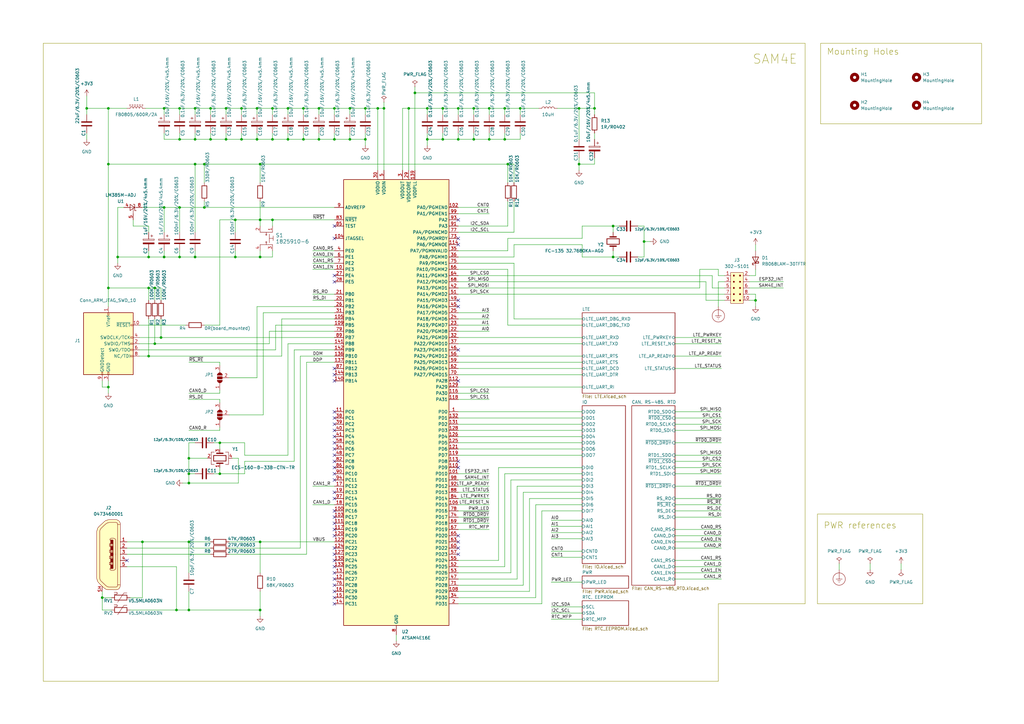
<source format=kicad_sch>
(kicad_sch (version 20230121) (generator eeschema)
  (paper "A3")
  (title_block (date "2023-09-02"))
  (junction (at 67.31 105.41))
  (junction (at 73.66 57.15))
  (junction (at 80.01 57.15))
  (junction (at 149.86 44.45))
  (junction (at 111.76 90.17))
  (junction (at 63.5 140.97))
  (junction (at 105.41 44.45))
  (junction (at 237.49 44.45))
  (junction (at 149.86 57.15))
  (junction (at 92.71 44.45))
  (junction (at 207.01 44.45))
  (junction (at 111.76 44.45))
  (junction (at 41.91 245.11))
  (junction (at 118.11 44.45))
  (junction (at 200.66 44.45))
  (junction (at 77.47 250.19))
  (junction (at 105.41 57.15))
  (junction (at 90.17 194.31))
  (junction (at 35.56 44.45))
  (junction (at 99.06 44.45))
  (junction (at 181.61 44.45))
  (junction (at 77.47 198.12))
  (junction (at 130.81 44.45))
  (junction (at 80.01 44.45))
  (junction (at 66.04 138.43))
  (junction (at 175.26 57.15))
  (junction (at 44.45 44.45))
  (junction (at 80.01 105.41))
  (junction (at 264.16 99.06))
  (junction (at 44.45 67.31))
  (junction (at 106.68 67.31))
  (junction (at 175.26 44.45))
  (junction (at 187.96 57.15))
  (junction (at 44.45 158.75))
  (junction (at 111.76 57.15))
  (junction (at 73.66 85.09))
  (junction (at 207.01 57.15))
  (junction (at 167.64 44.45))
  (junction (at 67.31 85.09))
  (junction (at 83.82 85.09))
  (junction (at 309.88 123.19))
  (junction (at 67.31 44.45))
  (junction (at 118.11 57.15))
  (junction (at 63.5 118.11))
  (junction (at 92.71 57.15))
  (junction (at 213.36 44.45))
  (junction (at 154.94 44.45))
  (junction (at 106.68 250.19))
  (junction (at 77.47 222.25))
  (junction (at 251.46 92.71))
  (junction (at 60.96 146.05))
  (junction (at 80.01 67.31))
  (junction (at 72.39 250.19))
  (junction (at 96.52 90.17))
  (junction (at 251.46 105.41))
  (junction (at 60.96 118.11))
  (junction (at 77.47 187.96))
  (junction (at 194.31 44.45))
  (junction (at 44.45 118.11))
  (junction (at 130.81 57.15))
  (junction (at 200.66 57.15))
  (junction (at 73.66 105.41))
  (junction (at 137.16 44.45))
  (junction (at 137.16 57.15))
  (junction (at 58.42 222.25))
  (junction (at 181.61 57.15))
  (junction (at 143.51 44.45))
  (junction (at 124.46 57.15))
  (junction (at 83.82 67.31))
  (junction (at 143.51 57.15))
  (junction (at 48.26 105.41))
  (junction (at 237.49 67.31))
  (junction (at 60.96 105.41))
  (junction (at 194.31 57.15))
  (junction (at 96.52 105.41))
  (junction (at 208.28 67.31))
  (junction (at 243.84 44.45))
  (junction (at 106.68 105.41))
  (junction (at 99.06 57.15))
  (junction (at 86.36 44.45))
  (junction (at 170.18 38.1))
  (junction (at 124.46 44.45))
  (junction (at 73.66 44.45))
  (junction (at 90.17 181.61))
  (junction (at 106.68 90.17))
  (junction (at 86.36 57.15))
  (junction (at 106.68 222.25))
  (junction (at 187.96 44.45))
  (junction (at 77.47 194.31))
  (junction (at 157.48 44.45))
  (no_connect (at 137.16 245.11))
  (no_connect (at 52.07 229.87))
  (no_connect (at 137.16 179.07))
  (no_connect (at 187.96 125.73))
  (no_connect (at 137.16 212.09))
  (no_connect (at 187.96 222.25))
  (no_connect (at 137.16 204.47))
  (no_connect (at 137.16 232.41))
  (no_connect (at 187.96 100.33))
  (no_connect (at 137.16 242.57))
  (no_connect (at 137.16 92.71))
  (no_connect (at 137.16 224.79))
  (no_connect (at 137.16 217.17))
  (no_connect (at 187.96 191.77))
  (no_connect (at 137.16 219.71))
  (no_connect (at 137.16 184.15))
  (no_connect (at 187.96 189.23))
  (no_connect (at 137.16 201.93))
  (no_connect (at 137.16 168.91))
  (no_connect (at 137.16 173.99))
  (no_connect (at 137.16 176.53))
  (no_connect (at 137.16 194.31))
  (no_connect (at 137.16 237.49))
  (no_connect (at 187.96 123.19))
  (no_connect (at 137.16 113.03))
  (no_connect (at 137.16 181.61))
  (no_connect (at 187.96 219.71))
  (no_connect (at 187.96 143.51))
  (no_connect (at 137.16 247.65))
  (no_connect (at 187.96 90.17))
  (no_connect (at 187.96 227.33))
  (no_connect (at 187.96 224.79))
  (no_connect (at 137.16 189.23))
  (no_connect (at 137.16 171.45))
  (no_connect (at 137.16 186.69))
  (no_connect (at 137.16 191.77))
  (no_connect (at 137.16 240.03))
  (no_connect (at 137.16 234.95))
  (no_connect (at 137.16 229.87))
  (no_connect (at 137.16 151.13))
  (no_connect (at 137.16 209.55))
  (no_connect (at 137.16 227.33))
  (no_connect (at 137.16 156.21))
  (no_connect (at 137.16 196.85))
  (no_connect (at 137.16 115.57))
  (no_connect (at 137.16 214.63))
  (no_connect (at 187.96 156.21))
  (no_connect (at 187.96 97.79))
  (no_connect (at 137.16 153.67))
  (no_connect (at 137.16 97.79))
  (wire (pts (xy 187.96 204.47) (xy 200.66 204.47)))
  (wire (pts (xy 187.96 120.65) (xy 297.18 120.65)))
  (wire (pts (xy 307.34 118.11) (xy 321.31 118.11)))
  (wire (pts (xy 106.68 102.87) (xy 106.68 105.41)))
  (wire (pts (xy 66.04 138.43) (xy 137.16 138.43)))
  (wire (pts (xy 207.01 44.45) (xy 207.01 46.99)))
  (wire (pts (xy 276.86 234.95) (xy 295.91 234.95)))
  (wire (pts (xy 208.28 110.49) (xy 208.28 133.35)))
  (wire (pts (xy 67.31 46.99) (xy 67.31 44.45)))
  (polyline (pts (xy 17.78 279.4) (xy 294.64 279.4)) (stroke (width 0) (color 140 140 0 1)))
  (wire (pts (xy 44.45 158.75) (xy 41.91 158.75)))
  (wire (pts (xy 35.56 54.61) (xy 35.56 57.15)))
  (wire (pts (xy 60.96 118.11) (xy 63.5 118.11)))
  (wire (pts (xy 118.11 140.97) (xy 118.11 186.69)))
  (wire (pts (xy 35.56 46.99) (xy 35.56 44.45)))
  (wire (pts (xy 77.47 194.31) (xy 77.47 198.12)))
  (wire (pts (xy 111.76 57.15) (xy 118.11 57.15)))
  (wire (pts (xy 137.16 57.15) (xy 143.51 57.15)))
  (wire (pts (xy 44.45 67.31) (xy 80.01 67.31)))
  (wire (pts (xy 80.01 57.15) (xy 86.36 57.15)))
  (wire (pts (xy 97.79 198.12) (xy 97.79 187.96)))
  (wire (pts (xy 83.82 133.35) (xy 90.17 133.35)))
  (wire (pts (xy 276.86 191.77) (xy 295.91 191.77)))
  (wire (pts (xy 128.27 199.39) (xy 137.16 199.39)))
  (wire (pts (xy 344.17 231.14) (xy 344.17 233.68)))
  (wire (pts (xy 137.16 143.51) (xy 120.65 143.51)))
  (wire (pts (xy 106.68 90.17) (xy 106.68 92.71)))
  (wire (pts (xy 157.48 41.91) (xy 157.48 44.45)))
  (wire (pts (xy 125.73 148.59) (xy 125.73 227.33)))
  (wire (pts (xy 50.8 85.09) (xy 48.26 85.09)))
  (wire (pts (xy 238.76 130.81) (xy 210.82 130.81)))
  (wire (pts (xy 210.82 82.55) (xy 210.82 95.25)))
  (wire (pts (xy 107.95 170.18) (xy 107.95 128.27)))
  (wire (pts (xy 77.47 222.25) (xy 77.47 234.95)))
  (wire (pts (xy 251.46 105.41) (xy 254 105.41)))
  (wire (pts (xy 118.11 44.45) (xy 124.46 44.45)))
  (wire (pts (xy 207.01 57.15) (xy 213.36 57.15)))
  (wire (pts (xy 128.27 107.95) (xy 137.16 107.95)))
  (wire (pts (xy 187.96 181.61) (xy 238.76 181.61)))
  (wire (pts (xy 276.86 204.47) (xy 295.91 204.47)))
  (wire (pts (xy 264.16 92.71) (xy 264.16 99.06)))
  (wire (pts (xy 187.96 209.55) (xy 200.66 209.55)))
  (wire (pts (xy 187.96 102.87) (xy 208.28 102.87)))
  (wire (pts (xy 226.06 238.76) (xy 238.76 238.76)))
  (wire (pts (xy 276.86 173.99) (xy 295.91 173.99)))
  (wire (pts (xy 175.26 44.45) (xy 181.61 44.45)))
  (polyline (pts (xy 294.64 279.4) (xy 294.64 247.65)) (stroke (width 0) (color 140 140 0 1)))
  (wire (pts (xy 143.51 57.15) (xy 149.86 57.15)))
  (wire (pts (xy 93.98 224.79) (xy 123.19 224.79)))
  (wire (pts (xy 63.5 130.81) (xy 63.5 140.97)))
  (wire (pts (xy 187.96 115.57) (xy 289.56 115.57)))
  (wire (pts (xy 83.82 85.09) (xy 137.16 85.09)))
  (wire (pts (xy 60.96 105.41) (xy 60.96 102.87)))
  (wire (pts (xy 187.96 171.45) (xy 238.76 171.45)))
  (wire (pts (xy 175.26 54.61) (xy 175.26 57.15)))
  (wire (pts (xy 110.49 135.89) (xy 137.16 135.89)))
  (wire (pts (xy 128.27 102.87) (xy 137.16 102.87)))
  (wire (pts (xy 149.86 44.45) (xy 154.94 44.45)))
  (wire (pts (xy 92.71 54.61) (xy 92.71 57.15)))
  (wire (pts (xy 187.96 113.03) (xy 292.1 113.03)))
  (wire (pts (xy 96.52 90.17) (xy 90.17 90.17)))
  (wire (pts (xy 80.01 44.45) (xy 80.01 46.99)))
  (wire (pts (xy 97.79 187.96) (xy 95.25 187.96)))
  (wire (pts (xy 237.49 64.77) (xy 237.49 67.31)))
  (wire (pts (xy 90.17 181.61) (xy 100.33 181.61)))
  (wire (pts (xy 261.62 92.71) (xy 264.16 92.71)))
  (wire (pts (xy 208.28 133.35) (xy 238.76 133.35)))
  (wire (pts (xy 210.82 100.33) (xy 238.76 100.33)))
  (wire (pts (xy 175.26 44.45) (xy 175.26 46.99)))
  (wire (pts (xy 128.27 110.49) (xy 137.16 110.49)))
  (wire (pts (xy 86.36 54.61) (xy 86.36 57.15)))
  (wire (pts (xy 243.84 54.61) (xy 243.84 57.15)))
  (wire (pts (xy 213.36 44.45) (xy 220.98 44.45)))
  (wire (pts (xy 58.42 222.25) (xy 77.47 222.25)))
  (wire (pts (xy 276.86 224.79) (xy 295.91 224.79)))
  (wire (pts (xy 170.18 35.56) (xy 170.18 38.1)))
  (wire (pts (xy 57.15 140.97) (xy 63.5 140.97)))
  (wire (pts (xy 111.76 44.45) (xy 111.76 46.99)))
  (wire (pts (xy 74.93 198.12) (xy 77.47 198.12)))
  (wire (pts (xy 99.06 57.15) (xy 105.41 57.15)))
  (polyline (pts (xy 330.2 247.65) (xy 330.2 17.78)) (stroke (width 0) (color 140 140 0 1)))
  (wire (pts (xy 58.42 222.25) (xy 58.42 245.11)))
  (wire (pts (xy 73.66 44.45) (xy 73.66 46.99)))
  (wire (pts (xy 208.28 67.31) (xy 208.28 74.93)))
  (wire (pts (xy 111.76 54.61) (xy 111.76 57.15)))
  (wire (pts (xy 63.5 140.97) (xy 110.49 140.97)))
  (wire (pts (xy 57.15 138.43) (xy 66.04 138.43)))
  (wire (pts (xy 73.66 57.15) (xy 80.01 57.15)))
  (wire (pts (xy 92.71 44.45) (xy 92.71 46.99)))
  (wire (pts (xy 187.96 153.67) (xy 238.76 153.67)))
  (wire (pts (xy 204.47 191.77) (xy 238.76 191.77)))
  (wire (pts (xy 83.82 67.31) (xy 106.68 67.31)))
  (wire (pts (xy 226.06 215.9) (xy 238.76 215.9)))
  (wire (pts (xy 118.11 44.45) (xy 118.11 46.99)))
  (wire (pts (xy 52.07 232.41) (xy 72.39 232.41)))
  (wire (pts (xy 113.03 133.35) (xy 137.16 133.35)))
  (wire (pts (xy 307.34 115.57) (xy 321.31 115.57)))
  (wire (pts (xy 187.96 196.85) (xy 200.66 196.85)))
  (wire (pts (xy 167.64 44.45) (xy 175.26 44.45)))
  (wire (pts (xy 187.96 130.81) (xy 200.66 130.81)))
  (wire (pts (xy 106.68 82.55) (xy 106.68 90.17)))
  (wire (pts (xy 175.26 57.15) (xy 181.61 57.15)))
  (wire (pts (xy 276.86 146.05) (xy 295.91 146.05)))
  (wire (pts (xy 137.16 44.45) (xy 143.51 44.45)))
  (wire (pts (xy 67.31 105.41) (xy 73.66 105.41)))
  (wire (pts (xy 276.86 181.61) (xy 295.91 181.61)))
  (wire (pts (xy 194.31 44.45) (xy 194.31 46.99)))
  (wire (pts (xy 86.36 44.45) (xy 86.36 46.99)))
  (wire (pts (xy 238.76 97.79) (xy 238.76 92.71)))
  (wire (pts (xy 77.47 242.57) (xy 77.47 250.19)))
  (wire (pts (xy 80.01 54.61) (xy 80.01 57.15)))
  (wire (pts (xy 276.86 209.55) (xy 295.91 209.55)))
  (wire (pts (xy 294.64 115.57) (xy 294.64 125.73)))
  (wire (pts (xy 105.41 57.15) (xy 111.76 57.15)))
  (wire (pts (xy 251.46 105.41) (xy 238.76 105.41)))
  (wire (pts (xy 149.86 57.15) (xy 149.86 59.69)))
  (wire (pts (xy 292.1 113.03) (xy 292.1 118.11)))
  (wire (pts (xy 226.06 218.44) (xy 238.76 218.44)))
  (wire (pts (xy 106.68 90.17) (xy 111.76 90.17)))
  (wire (pts (xy 60.96 95.25) (xy 60.96 92.71)))
  (wire (pts (xy 200.66 57.15) (xy 207.01 57.15)))
  (wire (pts (xy 187.96 57.15) (xy 194.31 57.15)))
  (wire (pts (xy 60.96 105.41) (xy 67.31 105.41)))
  (wire (pts (xy 226.06 251.46) (xy 238.76 251.46)))
  (wire (pts (xy 128.27 123.19) (xy 137.16 123.19)))
  (wire (pts (xy 200.66 54.61) (xy 200.66 57.15)))
  (wire (pts (xy 226.06 220.98) (xy 238.76 220.98)))
  (wire (pts (xy 208.28 97.79) (xy 238.76 97.79)))
  (wire (pts (xy 48.26 85.09) (xy 48.26 105.41)))
  (wire (pts (xy 73.66 85.09) (xy 73.66 95.25)))
  (wire (pts (xy 143.51 44.45) (xy 143.51 46.99)))
  (wire (pts (xy 93.98 170.18) (xy 107.95 170.18)))
  (wire (pts (xy 292.1 118.11) (xy 297.18 118.11)))
  (wire (pts (xy 130.81 44.45) (xy 137.16 44.45)))
  (wire (pts (xy 208.28 67.31) (xy 210.82 67.31)))
  (wire (pts (xy 276.86 207.01) (xy 295.91 207.01)))
  (wire (pts (xy 73.66 85.09) (xy 83.82 85.09)))
  (wire (pts (xy 105.41 44.45) (xy 105.41 46.99)))
  (wire (pts (xy 90.17 175.26) (xy 90.17 176.53)))
  (wire (pts (xy 181.61 44.45) (xy 187.96 44.45)))
  (wire (pts (xy 100.33 189.23) (xy 100.33 194.31)))
  (wire (pts (xy 237.49 44.45) (xy 237.49 57.15)))
  (wire (pts (xy 217.17 242.57) (xy 217.17 204.47)))
  (wire (pts (xy 276.86 168.91) (xy 295.91 168.91)))
  (wire (pts (xy 187.96 179.07) (xy 238.76 179.07)))
  (wire (pts (xy 251.46 102.87) (xy 251.46 105.41)))
  (wire (pts (xy 276.86 194.31) (xy 295.91 194.31)))
  (wire (pts (xy 111.76 90.17) (xy 137.16 90.17)))
  (wire (pts (xy 187.96 140.97) (xy 238.76 140.97)))
  (wire (pts (xy 67.31 57.15) (xy 73.66 57.15)))
  (wire (pts (xy 289.56 123.19) (xy 297.18 123.19)))
  (wire (pts (xy 90.17 160.02) (xy 90.17 161.29)))
  (wire (pts (xy 187.96 173.99) (xy 238.76 173.99)))
  (polyline (pts (xy 17.78 17.78) (xy 330.2 17.78)) (stroke (width 0) (color 140 140 0 1)))
  (wire (pts (xy 130.81 57.15) (xy 137.16 57.15)))
  (wire (pts (xy 187.96 168.91) (xy 238.76 168.91)))
  (wire (pts (xy 48.26 105.41) (xy 60.96 105.41)))
  (wire (pts (xy 130.81 54.61) (xy 130.81 57.15)))
  (wire (pts (xy 187.96 217.17) (xy 200.66 217.17)))
  (wire (pts (xy 212.09 199.39) (xy 238.76 199.39)))
  (wire (pts (xy 226.06 248.92) (xy 238.76 248.92)))
  (wire (pts (xy 264.16 99.06) (xy 264.16 105.41)))
  (wire (pts (xy 187.96 148.59) (xy 238.76 148.59)))
  (wire (pts (xy 118.11 54.61) (xy 118.11 57.15)))
  (wire (pts (xy 210.82 67.31) (xy 210.82 74.93)))
  (wire (pts (xy 187.96 234.95) (xy 209.55 234.95)))
  (wire (pts (xy 83.82 67.31) (xy 83.82 74.93)))
  (wire (pts (xy 80.01 105.41) (xy 73.66 105.41)))
  (wire (pts (xy 143.51 44.45) (xy 149.86 44.45)))
  (wire (pts (xy 238.76 92.71) (xy 251.46 92.71)))
  (wire (pts (xy 228.6 44.45) (xy 237.49 44.45)))
  (wire (pts (xy 154.94 44.45) (xy 157.48 44.45)))
  (polyline (pts (xy 17.78 17.78) (xy 17.78 279.4)) (stroke (width 0) (color 140 140 0 1)))
  (wire (pts (xy 276.86 199.39) (xy 295.91 199.39)))
  (wire (pts (xy 217.17 204.47) (xy 238.76 204.47)))
  (wire (pts (xy 106.68 222.25) (xy 137.16 222.25)))
  (wire (pts (xy 80.01 67.31) (xy 83.82 67.31)))
  (wire (pts (xy 251.46 92.71) (xy 251.46 95.25)))
  (wire (pts (xy 243.84 38.1) (xy 243.84 44.45)))
  (wire (pts (xy 86.36 44.45) (xy 92.71 44.45)))
  (wire (pts (xy 77.47 194.31) (xy 80.01 194.31)))
  (wire (pts (xy 200.66 44.45) (xy 200.66 46.99)))
  (wire (pts (xy 210.82 130.81) (xy 210.82 107.95)))
  (wire (pts (xy 187.96 161.29) (xy 200.66 161.29)))
  (wire (pts (xy 187.96 176.53) (xy 238.76 176.53)))
  (wire (pts (xy 212.09 237.49) (xy 212.09 199.39)))
  (wire (pts (xy 294.64 110.49) (xy 294.64 113.03)))
  (wire (pts (xy 143.51 54.61) (xy 143.51 57.15)))
  (wire (pts (xy 222.25 209.55) (xy 222.25 247.65)))
  (wire (pts (xy 96.52 102.87) (xy 96.52 105.41)))
  (wire (pts (xy 35.56 39.37) (xy 35.56 44.45)))
  (wire (pts (xy 175.26 57.15) (xy 175.26 59.69)))
  (wire (pts (xy 90.17 165.1) (xy 90.17 163.83)))
  (wire (pts (xy 93.98 222.25) (xy 106.68 222.25)))
  (wire (pts (xy 77.47 198.12) (xy 97.79 198.12)))
  (wire (pts (xy 226.06 228.6) (xy 238.76 228.6)))
  (wire (pts (xy 118.11 57.15) (xy 124.46 57.15)))
  (wire (pts (xy 124.46 44.45) (xy 124.46 46.99)))
  (wire (pts (xy 251.46 92.71) (xy 254 92.71)))
  (wire (pts (xy 77.47 250.19) (xy 106.68 250.19)))
  (wire (pts (xy 276.86 232.41) (xy 295.91 232.41)))
  (wire (pts (xy 67.31 44.45) (xy 73.66 44.45)))
  (wire (pts (xy 80.01 181.61) (xy 77.47 181.61)))
  (wire (pts (xy 297.18 115.57) (xy 294.64 115.57)))
  (wire (pts (xy 187.96 247.65) (xy 222.25 247.65)))
  (wire (pts (xy 309.88 120.65) (xy 309.88 123.19)))
  (wire (pts (xy 287.02 110.49) (xy 294.64 110.49)))
  (wire (pts (xy 124.46 57.15) (xy 130.81 57.15)))
  (wire (pts (xy 187.96 186.69) (xy 238.76 186.69)))
  (wire (pts (xy 194.31 44.45) (xy 200.66 44.45)))
  (wire (pts (xy 54.61 90.17) (xy 54.61 92.71)))
  (wire (pts (xy 369.57 231.14) (xy 369.57 233.68)))
  (wire (pts (xy 181.61 54.61) (xy 181.61 57.15)))
  (wire (pts (xy 123.19 146.05) (xy 137.16 146.05)))
  (wire (pts (xy 124.46 54.61) (xy 124.46 57.15)))
  (wire (pts (xy 165.1 44.45) (xy 167.64 44.45)))
  (wire (pts (xy 181.61 44.45) (xy 181.61 46.99)))
  (wire (pts (xy 226.06 213.36) (xy 238.76 213.36)))
  (wire (pts (xy 60.96 130.81) (xy 60.96 146.05)))
  (wire (pts (xy 149.86 44.45) (xy 149.86 46.99)))
  (wire (pts (xy 261.62 105.41) (xy 264.16 105.41)))
  (wire (pts (xy 309.88 123.19) (xy 309.88 125.73)))
  (wire (pts (xy 170.18 38.1) (xy 243.84 38.1)))
  (wire (pts (xy 80.01 67.31) (xy 80.01 95.25)))
  (wire (pts (xy 276.86 140.97) (xy 295.91 140.97)))
  (wire (pts (xy 90.17 191.77) (xy 90.17 194.31)))
  (wire (pts (xy 187.96 163.83) (xy 200.66 163.83)))
  (wire (pts (xy 96.52 95.25) (xy 96.52 90.17)))
  (wire (pts (xy 208.28 82.55) (xy 208.28 92.71)))
  (wire (pts (xy 80.01 44.45) (xy 86.36 44.45)))
  (wire (pts (xy 115.57 146.05) (xy 115.57 130.81)))
  (wire (pts (xy 187.96 229.87) (xy 204.47 229.87)))
  (wire (pts (xy 187.96 146.05) (xy 238.76 146.05)))
  (wire (pts (xy 276.86 222.25) (xy 295.91 222.25)))
  (wire (pts (xy 276.86 138.43) (xy 295.91 138.43)))
  (wire (pts (xy 128.27 207.01) (xy 137.16 207.01)))
  (wire (pts (xy 207.01 54.61) (xy 207.01 57.15)))
  (wire (pts (xy 106.68 252.73) (xy 106.68 250.19)))
  (wire (pts (xy 187.96 232.41) (xy 207.01 232.41)))
  (wire (pts (xy 170.18 69.85) (xy 170.18 38.1)))
  (wire (pts (xy 57.15 133.35) (xy 76.2 133.35)))
  (wire (pts (xy 187.96 118.11) (xy 287.02 118.11)))
  (wire (pts (xy 276.86 186.69) (xy 295.91 186.69)))
  (wire (pts (xy 243.84 67.31) (xy 243.84 64.77)))
  (wire (pts (xy 80.01 102.87) (xy 80.01 105.41)))
  (wire (pts (xy 187.96 158.75) (xy 238.76 158.75)))
  (wire (pts (xy 276.86 217.17) (xy 295.91 217.17)))
  (wire (pts (xy 106.68 250.19) (xy 106.68 242.57)))
  (wire (pts (xy 287.02 118.11) (xy 287.02 110.49)))
  (wire (pts (xy 66.04 130.81) (xy 66.04 138.43)))
  (wire (pts (xy 92.71 57.15) (xy 99.06 57.15)))
  (wire (pts (xy 187.96 207.01) (xy 200.66 207.01)))
  (wire (pts (xy 187.96 135.89) (xy 200.66 135.89)))
  (wire (pts (xy 100.33 186.69) (xy 118.11 186.69)))
  (wire (pts (xy 41.91 245.11) (xy 45.72 245.11)))
  (wire (pts (xy 238.76 100.33) (xy 238.76 105.41)))
  (wire (pts (xy 110.49 140.97) (xy 110.49 135.89)))
  (wire (pts (xy 41.91 156.21) (xy 41.91 158.75)))
  (wire (pts (xy 149.86 54.61) (xy 149.86 57.15)))
  (wire (pts (xy 167.64 44.45) (xy 167.64 69.85)))
  (wire (pts (xy 213.36 44.45) (xy 213.36 46.99)))
  (wire (pts (xy 187.96 44.45) (xy 194.31 44.45)))
  (wire (pts (xy 219.71 207.01) (xy 219.71 245.11)))
  (wire (pts (xy 187.96 199.39) (xy 200.66 199.39)))
  (wire (pts (xy 194.31 54.61) (xy 194.31 57.15)))
  (wire (pts (xy 181.61 57.15) (xy 187.96 57.15)))
  (wire (pts (xy 86.36 57.15) (xy 92.71 57.15)))
  (wire (pts (xy 207.01 232.41) (xy 207.01 194.31)))
  (wire (pts (xy 99.06 44.45) (xy 99.06 46.99)))
  (wire (pts (xy 209.55 234.95) (xy 209.55 196.85)))
  (wire (pts (xy 276.86 189.23) (xy 295.91 189.23)))
  (wire (pts (xy 52.07 222.25) (xy 58.42 222.25)))
  (wire (pts (xy 276.86 171.45) (xy 295.91 171.45)))
  (wire (pts (xy 276.86 212.09) (xy 295.91 212.09)))
  (wire (pts (xy 226.06 226.06) (xy 238.76 226.06)))
  (wire (pts (xy 187.96 87.63) (xy 200.66 87.63)))
  (wire (pts (xy 356.87 231.14) (xy 356.87 233.68)))
  (wire (pts (xy 93.98 154.94) (xy 105.41 154.94)))
  (wire (pts (xy 72.39 250.19) (xy 77.47 250.19)))
  (wire (pts (xy 187.96 54.61) (xy 187.96 57.15)))
  (wire (pts (xy 238.76 209.55) (xy 222.25 209.55)))
  (wire (pts (xy 66.04 118.11) (xy 66.04 123.19)))
  (wire (pts (xy 187.96 85.09) (xy 200.66 85.09)))
  (wire (pts (xy 63.5 118.11) (xy 63.5 123.19)))
  (wire (pts (xy 187.96 92.71) (xy 208.28 92.71)))
  (wire (pts (xy 57.15 146.05) (xy 60.96 146.05)))
  (wire (pts (xy 162.56 260.35) (xy 162.56 262.89)))
  (wire (pts (xy 80.01 105.41) (xy 96.52 105.41)))
  (wire (pts (xy 130.81 44.45) (xy 130.81 46.99)))
  (wire (pts (xy 100.33 186.69) (xy 100.33 181.61)))
  (wire (pts (xy 90.17 90.17) (xy 90.17 133.35)))
  (wire (pts (xy 219.71 207.01) (xy 238.76 207.01)))
  (wire (pts (xy 53.34 245.11) (xy 58.42 245.11)))
  (wire (pts (xy 276.86 229.87) (xy 295.91 229.87)))
  (wire (pts (xy 207.01 44.45) (xy 213.36 44.45)))
  (wire (pts (xy 307.34 113.03) (xy 309.88 113.03)))
  (wire (pts (xy 165.1 69.85) (xy 165.1 44.45)))
  (wire (pts (xy 124.46 44.45) (xy 130.81 44.45)))
  (wire (pts (xy 187.96 201.93) (xy 200.66 201.93)))
  (wire (pts (xy 187.96 212.09) (xy 200.66 212.09)))
  (wire (pts (xy 187.96 240.03) (xy 214.63 240.03)))
  (wire (pts (xy 214.63 201.93) (xy 238.76 201.93)))
  (wire (pts (xy 60.96 92.71) (xy 54.61 92.71)))
  (wire (pts (xy 77.47 163.83) (xy 90.17 163.83)))
  (wire (pts (xy 77.47 187.96) (xy 85.09 187.96)))
  (wire (pts (xy 60.96 118.11) (xy 60.96 123.19)))
  (wire (pts (xy 44.45 156.21) (xy 44.45 158.75)))
  (wire (pts (xy 187.96 242.57) (xy 217.17 242.57)))
  (wire (pts (xy 187.96 107.95) (xy 210.82 107.95)))
  (wire (pts (xy 276.86 176.53) (xy 295.91 176.53)))
  (wire (pts (xy 44.45 118.11) (xy 60.96 118.11)))
  (wire (pts (xy 128.27 105.41) (xy 137.16 105.41)))
  (wire (pts (xy 289.56 115.57) (xy 289.56 123.19)))
  (wire (pts (xy 113.03 143.51) (xy 113.03 133.35)))
  (wire (pts (xy 187.96 128.27) (xy 200.66 128.27)))
  (wire (pts (xy 111.76 90.17) (xy 111.76 92.71)))
  (wire (pts (xy 157.48 44.45) (xy 157.48 69.85)))
  (wire (pts (xy 41.91 242.57) (xy 41.91 245.11)))
  (wire (pts (xy 187.96 110.49) (xy 208.28 110.49)))
  (wire (pts (xy 44.45 118.11) (xy 44.45 125.73)))
  (wire (pts (xy 187.96 105.41) (xy 210.82 105.41)))
  (wire (pts (xy 77.47 161.29) (xy 90.17 161.29)))
  (wire (pts (xy 237.49 67.31) (xy 237.49 69.85)))
  (wire (pts (xy 93.98 227.33) (xy 125.73 227.33)))
  (wire (pts (xy 53.34 250.19) (xy 72.39 250.19)))
  (wire (pts (xy 237.49 67.31) (xy 243.84 67.31)))
  (wire (pts (xy 187.96 95.25) (xy 210.82 95.25)))
  (wire (pts (xy 92.71 44.45) (xy 99.06 44.45)))
  (wire (pts (xy 200.66 44.45) (xy 207.01 44.45)))
  (wire (pts (xy 194.31 57.15) (xy 200.66 57.15)))
  (wire (pts (xy 52.07 224.79) (xy 86.36 224.79)))
  (wire (pts (xy 105.41 125.73) (xy 137.16 125.73)))
  (wire (pts (xy 67.31 85.09) (xy 73.66 85.09)))
  (wire (pts (xy 87.63 181.61) (xy 90.17 181.61)))
  (wire (pts (xy 44.45 158.75) (xy 44.45 161.29)))
  (wire (pts (xy 210.82 105.41) (xy 210.82 100.33)))
  (wire (pts (xy 137.16 44.45) (xy 137.16 46.99)))
  (wire (pts (xy 276.86 219.71) (xy 295.91 219.71)))
  (wire (pts (xy 187.96 237.49) (xy 212.09 237.49)))
  (wire (pts (xy 44.45 118.11) (xy 44.45 67.31)))
  (wire (pts (xy 307.34 123.19) (xy 309.88 123.19)))
  (wire (pts (xy 276.86 151.13) (xy 295.91 151.13)))
  (wire (pts (xy 105.41 44.45) (xy 111.76 44.45)))
  (wire (pts (xy 52.07 227.33) (xy 86.36 227.33)))
  (wire (pts (xy 120.65 143.51) (xy 120.65 189.23)))
  (wire (pts (xy 187.96 184.15) (xy 238.76 184.15)))
  (wire (pts (xy 309.88 100.33) (xy 309.88 102.87)))
  (wire (pts (xy 187.96 214.63) (xy 200.66 214.63)))
  (wire (pts (xy 128.27 120.65) (xy 137.16 120.65)))
  (wire (pts (xy 214.63 240.03) (xy 214.63 201.93)))
  (wire (pts (xy 67.31 102.87) (xy 67.31 105.41)))
  (wire (pts (xy 100.33 189.23) (xy 120.65 189.23)))
  (wire (pts (xy 87.63 194.31) (xy 90.17 194.31)))
  (wire (pts (xy 60.96 146.05) (xy 115.57 146.05)))
  (wire (pts (xy 77.47 176.53) (xy 90.17 176.53)))
  (wire (pts (xy 73.66 44.45) (xy 80.01 44.45)))
  (wire (pts (xy 187.96 194.31) (xy 200.66 194.31)))
  (wire (pts (xy 106.68 67.31) (xy 106.68 74.93)))
  (wire (pts (xy 67.31 85.09) (xy 67.31 95.25)))
  (wire (pts (xy 276.86 237.49) (xy 295.91 237.49)))
  (wire (pts (xy 243.84 44.45) (xy 243.84 46.99)))
  (wire (pts (xy 48.26 107.95) (xy 48.26 105.41)))
  (wire (pts (xy 226.06 254) (xy 238.76 254)))
  (wire (pts (xy 77.47 181.61) (xy 77.47 187.96)))
  (wire (pts (xy 208.28 67.31) (xy 106.68 67.31)))
  (wire (pts (xy 72.39 232.41) (xy 72.39 250.19)))
  (wire (pts (xy 309.88 110.49) (xy 309.88 113.03)))
  (wire (pts (xy 107.95 128.27) (xy 137.16 128.27)))
  (wire (pts (xy 111.76 105.41) (xy 106.68 105.41)))
  (wire (pts (xy 209.55 196.85) (xy 238.76 196.85)))
  (wire (pts (xy 44.45 44.45) (xy 44.45 67.31)))
  (wire (pts (xy 73.66 102.87) (xy 73.66 105.41)))
  (wire (pts (xy 187.96 138.43) (xy 238.76 138.43)))
  (wire (pts (xy 105.41 125.73) (xy 105.41 154.94)))
  (wire (pts (xy 154.94 44.45) (xy 154.94 69.85)))
  (wire (pts (xy 99.06 44.45) (xy 105.41 44.45)))
  (wire (pts (xy 90.17 194.31) (xy 100.33 194.31)))
  (wire (pts (xy 207.01 194.31) (xy 238.76 194.31)))
  (wire (pts (xy 137.16 140.97) (xy 118.11 140.97)))
  (wire (pts (xy 73.66 54.61) (xy 73.66 57.15)))
  (wire (pts (xy 105.41 54.61) (xy 105.41 57.15)))
  (wire (pts (xy 115.57 130.81) (xy 137.16 130.81)))
  (wire (pts (xy 35.56 44.45) (xy 44.45 44.45)))
  (wire (pts (xy 77.47 187.96) (xy 77.47 194.31)))
  (wire (pts (xy 137.16 54.61) (xy 137.16 57.15)))
  (wire (pts (xy 83.82 82.55) (xy 83.82 85.09)))
  (wire (pts (xy 77.47 148.59) (xy 90.17 148.59)))
  (wire (pts (xy 266.7 99.06) (xy 264.16 99.06)))
  (wire (pts (xy 41.91 245.11) (xy 41.91 250.19)))
  (wire (pts (xy 58.42 85.09) (xy 67.31 85.09)))
  (polyline (pts (xy 294.64 247.65) (xy 330.2 247.65)) (stroke (width 0) (color 140 140 0 1)))
  (wire (pts (xy 63.5 118.11) (xy 66.04 118.11)))
  (wire (pts (xy 90.17 184.15) (xy 90.17 181.61)))
  (wire (pts (xy 111.76 44.45) (xy 118.11 44.45)))
  (wire (pts (xy 67.31 54.61) (xy 67.31 57.15)))
  (wire (pts (xy 90.17 149.86) (xy 90.17 148.59)))
  (wire (pts (xy 44.45 44.45) (xy 52.07 44.45)))
  (wire (pts (xy 204.47 229.87) (xy 204.47 191.77)))
  (wire (pts (xy 208.28 102.87) (xy 208.28 97.79)))
  (wire (pts (xy 59.69 44.45) (xy 67.31 44.45)))
  (wire (pts (xy 123.19 146.05) (xy 123.19 224.79)))
  (wire (pts (xy 213.36 54.61) (xy 213.36 57.15)))
  (wire (pts (xy 125.73 148.59) (xy 137.16 148.59)))
  (wire (pts (xy 96.52 105.41) (xy 106.68 105.41)))
  (wire (pts (xy 77.47 222.25) (xy 86.36 222.25)))
  (wire (pts (xy 237.49 44.45) (xy 243.84 44.45)))
  (wire (pts (xy 96.52 90.17) (xy 106.68 90.17)))
  (wire (pts (xy 294.64 113.03) (xy 297.18 113.03)))
  (wire (pts (xy 57.15 143.51) (xy 113.03 143.51)))
  (wire (pts (xy 187.96 151.13) (xy 238.76 151.13)))
  (wire (pts (xy 187.96 44.45) (xy 187.96 46.99)))
  (wire (pts (xy 307.34 120.65) (xy 309.88 120.65)))
  (wire (pts (xy 41.91 250.19) (xy 45.72 250.19)))
  (wire (pts (xy 187.96 245.11) (xy 219.71 245.11)))
  (wire (pts (xy 106.68 234.95) (xy 106.68 222.25)))
  (wire (pts (xy 99.06 54.61) (xy 99.06 57.15)))
  (wire (pts (xy 187.96 133.35) (xy 200.66 133.35)))
  (wire (pts (xy 111.76 102.87) (xy 111.76 105.41)))
  (rectangle (start 335.28 210.82) (end 378.46 247.65) (stroke (width 0) (color 140 140 0 1)))
  (rectangle (start 336.55 17.78) (end 402.59 50.8) (stroke (width 0) (color 140 140 0 1)))
  (text "Mounting Holes" (at 339.09 22.86 0) (effects (font (size 2.54 2.54)) (justify left bottom)))
  (text "PWR references" (at 337.82 217.17 0) (effects (font (size 2.54 2.54)) (justify left bottom)))
  (text "SAM4E" (at 308.61 26.67 0) (effects (font (size 3.81 3.81)) (justify left bottom)))
  (label "AI2" (at 226.06 218.44 0))
  (label "VBUS" (at 128.27 222.25 0))
  (label "~{RS_RE}" (at 295.91 207.01 180))
  (label "RS_DI" (at 128.27 123.19 0))
  (label "AI0" (at 200.66 135.89 180))
  (label "CAN0_R" (at 77.47 176.53 0))
  (label "ESP32_INT" (at 200.66 194.31 180))
  (label "~{RTD1_DRDY}" (at 200.66 214.63 180))
  (label "RS_RO" (at 128.27 120.65 0))
  (label "RS_RO" (at 295.91 204.47 180))
  (label "~{NRST}" (at 128.27 90.17 0))
  (label "LTE_PWRKEY" (at 295.91 138.43 180))
  (label "AI1" (at 226.06 215.9 0))
  (label "LTE_PWRKEY" (at 200.66 204.47 180))
  (label "SPI_CS2" (at 200.66 161.29 180))
  (label "SPI_MOSI" (at 200.66 118.11 180))
  (label "SPI_MISO" (at 295.91 186.69 180))
  (label "ESP32_INT" (at 321.31 115.57 180))
  (label "SPI_SCK" (at 200.66 120.65 180))
  (label "I2C_SCL" (at 226.06 251.46 0))
  (label "CAN0_EN" (at 295.91 222.25 180))
  (label "AI1" (at 200.66 133.35 180))
  (label "SPI_MISO" (at 200.66 115.57 180))
  (label "RTC_MFP" (at 226.06 254 0))
  (label "CAN1_R" (at 128.27 199.39 0))
  (label "CAN0_D" (at 295.91 219.71 180))
  (label "CAN1_D" (at 128.27 207.01 0))
  (label "CAN1_R" (at 295.91 237.49 180))
  (label "DDM" (at 128.27 146.05 0))
  (label "SPI_MOSI" (at 295.91 194.31 180))
  (label "SPI_SCK" (at 295.91 173.99 180))
  (label "CAN0_RS" (at 128.27 102.87 0))
  (label "RS_DE" (at 77.47 163.83 0))
  (label "LTE_AP_READY" (at 200.66 199.39 180))
  (label "I2C_SDA" (at 226.06 248.92 0))
  (label "SPI_CS1" (at 200.66 163.83 180))
  (label "~{RTD0_DRDY}" (at 295.91 181.61 180))
  (label "DDP" (at 128.27 148.59 0))
  (label "CAN1_EN" (at 128.27 110.49 0))
  (label "CNT1" (at 226.06 228.6 0))
  (label "CAN1_D" (at 295.91 232.41 180))
  (label "LTE_STATUS" (at 200.66 201.93 180))
  (label "~{RTD0_DRDY}" (at 200.66 212.09 180))
  (label "SPI_CS2" (at 295.91 189.23 180))
  (label "SPI_MISO" (at 295.91 168.91 180))
  (label "PWR_LED" (at 226.06 238.76 0))
  (label "~{RS_RE}" (at 77.47 148.59 0))
  (label "LTE_RESET_N" (at 200.66 207.01 180))
  (label "CAN0_RS" (at 295.91 217.17 180))
  (label "LTE_STATUS" (at 295.91 151.13 180))
  (label "RS_DI" (at 295.91 212.09 180))
  (label "RTC_MFP" (at 200.66 217.17 180))
  (label "SAM4E_INT" (at 200.66 196.85 180))
  (label "AI2" (at 200.66 130.81 180))
  (label "AI3" (at 200.66 128.27 180))
  (label "CAN0_D" (at 77.47 161.29 0))
  (label "LTE_RESET_N" (at 295.91 140.97 180))
  (label "CAN1_RS" (at 295.91 229.87 180))
  (label "CNT0" (at 200.66 85.09 180))
  (label "CAN1_RS" (at 128.27 107.95 0))
  (label "RS_DE" (at 295.91 209.55 180))
  (label "PWR_LED" (at 200.66 209.55 180))
  (label "I2C_SCL" (at 200.66 95.25 180))
  (label "LTE_AP_READY" (at 295.91 146.05 180))
  (label "~{RTD1_DRDY}" (at 295.91 199.39 180))
  (label "CNT1" (at 200.66 87.63 180))
  (label "I2C_SDA" (at 200.66 92.71 180))
  (label "SPI_MOSI" (at 295.91 176.53 180))
  (label "AI0" (at 226.06 213.36 0))
  (label "CAN1_EN" (at 295.91 234.95 180))
  (label "SAM4E_INT" (at 321.31 118.11 180))
  (label "CAN0_EN" (at 128.27 105.41 0))
  (label "CAN0_R" (at 295.91 224.79 180))
  (label "SPI_CS1" (at 295.91 171.45 180))
  (label "SPI_CS0" (at 200.66 113.03 180))
  (label "AI3" (at 226.06 220.98 0))
  (label "SPI_SCK" (at 295.91 191.77 180))
  (label "CNT0" (at 226.06 226.06 0))
  (symbol (lib_id "Device:R") (at 90.17 224.79 90) (unit 1)
    (property "Reference" "R7" (at 85.09 223.52 90))
    (property "Value" "27R/R0603" (at 99.06 223.52 90))
    (property "Footprint" "Resistor_SMD:R_0603_1608Metric" (effects hide))
  )
  (symbol (lib_id "Device:L_Ferrite") (at 55.88 44.45 90) (unit 1)
    (property "Reference" "L1" (at 55.88 40.64 90))
    (property "Value" "FB0805/600R/2A" (at 55.88 46.99 90))
    (property "Footprint" "Inductor_SMD:L_0805_2012Metric" (effects hide))
    (property "Datasheet" "https://ro.mouser.com/datasheet/2/87/eaton_mfbm1v2012_high_current_multilayer_ferrite_c-1890685.pdf" (effects hide))
  )
  (symbol (lib_id "Mechanical:MountingHole") (at 350.52 43.18 0) (unit 1)
    (property "Reference" "H2" (at 353.06 41.91 0) (effects (justify left)))
    (property "Value" "MountingHole" (at 353.06 44.45 0) (effects (justify left)))
    (property "Footprint" "MountingHole:MountingHole_2.5mm" (effects hide))
  )
  (symbol (lib_id "power:GND") (at 356.87 233.68 0) (unit 1)
    (property "Reference" "#PWR016" (effects hide))
    (property "Value" "GND" (at 356.87 238.76 0))
  )
  (symbol (lib_id "Device:R") (at 80.01 133.35 90) (unit 1)
    (property "Reference" "R4" (at 76.2 134.62 90) (effects (justify left)))
    (property "Value" "0R(board_mounted)" (at 83.82 134.62 90) (effects (justify right)))
    (property "Footprint" "Resistor_SMD:R_0402_1005Metric" (effects hide))
  )
  (symbol (lib_id "Device:C") (at 149.86 50.8 0) (unit 1)
    (property "Reference" "C23" (at 151.13 55.88 90) (effects (justify left)))
    (property "Value" "0.1uF/6.3V/20%/C0603" (at 151.13 48.26 90) (effects (justify left)))
    (property "Footprint" "Capacitor_SMD:C_0603_1608Metric" (effects hide))
  )
  (symbol (lib_id "Device:C") (at 73.66 50.8 0) (unit 1)
    (property "Reference" "C5" (at 74.93 55.88 90) (effects (justify left)))
    (property "Value" "0.1uF/6.3V/20%/C0603" (at 74.93 48.26 90) (effects (justify left)))
    (property "Footprint" "Capacitor_SMD:C_0603_1608Metric" (effects hide))
  )
  (symbol (lib_id "Device:D_Schottky") (at 309.88 106.68 90) (unit 1)
    (property "Reference" "D1" (at 312.42 105.7275 90) (effects (justify right)))
    (property "Value" "RB068LAM-30TFTR" (at 312.42 108.2675 90) (effects (justify right)))
    (property "Footprint" "Diode_SMD:D_SOD-128" (effects hide))
    (property "Datasheet" "https://fscdn.rohm.com/en/products/databook/datasheet/discrete/diode/schottky_barrier/rb068lam-30tftr-e.pdf" (effects hide))
  )
  (symbol (lib_id "Device:R") (at 90.17 222.25 90) (unit 1)
    (property "Reference" "R6" (at 85.09 220.98 90))
    (property "Value" "47K/R0603" (at 99.06 220.98 90))
    (property "Footprint" "Resistor_SMD:R_0603_1608Metric" (effects hide))
  )
  (symbol (lib_id "my_MCU_Microchip_32bit:ATSAM4E16E") (at 162.56 165.1 0) (unit 1)
    (property "Reference" "U2" (at 164.7541 259.08 0) (effects (justify left)))
    (property "Value" "ATSAM4E16E" (at 164.7541 261.62 0) (effects (justify left)))
    (property "Footprint" "Package_QFP:LQFP-144_20x20mm_P0.5mm" (effects hide))
    (property "Datasheet" "https://www.microchip.com/en-us/product/ATSAM4E16C#document-table" (effects hide))
  )
  (symbol (lib_id "Device:C") (at 137.16 50.8 0) (unit 1)
    (property "Reference" "C21" (at 138.43 55.88 90) (effects (justify left)))
    (property "Value" "0.1uF/6.3V/20%/C0603" (at 138.43 48.26 90) (effects (justify left)))
    (property "Footprint" "Capacitor_SMD:C_0603_1608Metric" (effects hide))
  )
  (symbol (lib_id "Device:C") (at 175.26 50.8 0) (unit 1)
    (property "Reference" "C24" (at 176.53 55.88 90) (effects (justify left)))
    (property "Value" "0.1uF/6.3V/20%/C0603" (at 176.53 48.26 90) (effects (justify left)))
    (property "Footprint" "Capacitor_SMD:C_0603_1608Metric" (effects hide))
  )
  (symbol (lib_id "Device:L") (at 224.79 44.45 90) (unit 1)
    (property "Reference" "L2" (at 224.79 41.91 90))
    (property "Value" "10uH" (at 224.79 46.99 90))
    (property "Footprint" "Inductor_SMD:L_1210_3225Metric" (effects hide))
  )
  (symbol (lib_id "Device:Crystal") (at 251.46 99.06 270) (mirror x) (unit 1)
    (property "Reference" "Y2" (at 247.65 100.33 90) (effects (justify right)))
    (property "Value" "FC-135 32.7680KA-AG0" (at 247.65 102.87 90) (effects (justify right)))
    (property "Footprint" "Crystal:Crystal_SMD_3215-2Pin_3.2x1.5mm" (effects hide))
    (property "Datasheet" "https://support.epson.biz/td/api/doc_check.php?dl=brief_FC-135&lang=en" (effects hide))
  )
  (symbol (lib_id "Mechanical:MountingHole") (at 350.52 31.75 0) (unit 1)
    (property "Reference" "H1" (at 353.06 30.48 0) (effects (justify left)))
    (property "Value" "MountingHole" (at 353.06 33.02 0) (effects (justify left)))
    (property "Footprint" "MountingHole:MountingHole_2.5mm" (effects hide))
  )
  (symbol (lib_id "Device:R") (at 63.5 127 180) (unit 1)
    (property "Reference" "R2" (at 64.77 130.81 90) (effects (justify left)))
    (property "Value" "100K/R0603" (at 64.77 123.19 90) (effects (justify right)))
    (property "Footprint" "Resistor_SMD:R_0603_1608Metric" (effects hide))
  )
  (symbol (lib_id "power:+3V3") (at 35.56 39.37 0) (unit 1)
    (property "Reference" "#PWR01" (effects hide))
    (property "Value" "+3V3" (at 35.56 34.29 0))
  )
  (symbol (lib_id "Device:R") (at 210.82 78.74 0) (unit 1)
    (property "Reference" "R12" (at 212.09 85.09 90) (effects (justify left)))
    (property "Value" "10K/R0603" (at 212.09 74.93 90) (effects (justify left)))
    (property "Footprint" "Resistor_SMD:R_0603_1608Metric" (effects hide))
  )
  (symbol (lib_id "Device:C") (at 111.76 50.8 0) (unit 1)
    (property "Reference" "C17" (at 113.03 55.88 90) (effects (justify left)))
    (property "Value" "0.1uF/6.3V/20%/C0603" (at 113.03 48.26 90) (effects (justify left)))
    (property "Footprint" "Capacitor_SMD:C_0603_1608Metric" (effects hide))
  )
  (symbol (lib_id "Device:C") (at 213.36 50.8 0) (unit 1)
    (property "Reference" "C30" (at 214.63 55.88 90) (effects (justify left)))
    (property "Value" "0.1uF/6.3V/20%/C0603" (at 214.63 48.26 90) (effects (justify left)))
    (property "Footprint" "Capacitor_SMD:C_0603_1608Metric" (effects hide))
  )
  (symbol (lib_id "Device:C") (at 80.01 99.06 0) (mirror y) (unit 1)
    (property "Reference" "C9" (at 78.74 104.14 90) (effects (justify left)))
    (property "Value" "100nF/6.3V/20%/C0603" (at 78.74 96.52 90) (effects (justify left)))
    (property "Footprint" "Capacitor_SMD:C_0603_1608Metric" (effects hide))
  )
  (symbol (lib_id "Device:C_Polarized") (at 92.71 50.8 0) (unit 1)
    (property "Reference" "C13" (at 93.98 55.88 90) (effects (justify left)))
    (property "Value" "10uF/16V/20%/4x5.4mm" (at 93.98 48.26 90) (effects (justify left)))
    (property "Footprint" "Capacitor_SMD:CP_Elec_4x5.4" (effects hide))
  )
  (symbol (lib_id "Mechanical:MountingHole") (at 375.92 43.18 0) (unit 1)
    (property "Reference" "H4" (at 378.46 41.91 0) (effects (justify left)))
    (property "Value" "MountingHole" (at 378.46 44.45 0) (effects (justify left)))
    (property "Footprint" "MountingHole:MountingHole_2.5mm" (effects hide))
  )
  (symbol (lib_id "power:GND") (at 106.68 252.73 0) (unit 1)
    (property "Reference" "#PWR06" (effects hide))
    (property "Value" "GND" (at 106.68 257.81 0))
  )
  (symbol (lib_id "Device:C") (at 207.01 50.8 0) (unit 1)
    (property "Reference" "C29" (at 208.28 55.88 90) (effects (justify left)))
    (property "Value" "0.1uF/6.3V/20%/C0603" (at 208.28 48.26 90) (effects (justify left)))
    (property "Footprint" "Capacitor_SMD:C_0603_1608Metric" (effects hide))
  )
  (symbol (lib_id "Device:C_Polarized") (at 130.81 50.8 0) (unit 1)
    (property "Reference" "C20" (at 132.08 55.88 90) (effects (justify left)))
    (property "Value" "10uF/16V/20%/4x5.4mm" (at 132.08 48.26 90) (effects (justify left)))
    (property "Footprint" "Capacitor_SMD:CP_Elec_4x5.4" (effects hide))
  )
  (symbol (lib_id "dk_Tactile-Switches:1825910-6") (at 109.22 97.79 270) (unit 1)
    (property "Reference" "S1" (at 113.03 96.52 90) (effects (font (size 1.524 1.524)) (justify left)))
    (property "Value" "1825910-6" (at 113.03 99.06 90) (effects (font (size 1.524 1.524)) (justify left)))
    (property "Footprint" "digikey-footprints:Switch_Tactile_THT_6x6mm" (effects hide))
    (property "Datasheet" "https://www.te.com/commerce/DocumentDelivery/DDEController?Action=srchrtrv&DocNm=1825910&DocType=Customer+Drawing&DocLang=English" (effects hide))
    (property "Digi-Key_PN" "450-1650-ND" (effects hide))
    (property "MPN" "1825910-6" (effects hide))
    (property "Category" "Switches" (effects hide))
    (property "Family" "Tactile Switches" (effects hide))
    (property "DK_Datasheet_Link" "https://www.te.com/commerce/DocumentDelivery/DDEController?Action=srchrtrv&DocNm=1825910&DocType=Customer+Drawing&DocLang=English" (effects hide))
    (property "DK_Detail_Page" "/product-detail/en/te-connectivity-alcoswitch-switches/1825910-6/450-1650-ND/1632536" (effects hide))
    (property "Description" "SWITCH TACTILE SPST-NO 0.05A 24V" (effects hide))
    (property "Manufacturer" "TE Connectivity ALCOSWITCH Switches" (effects hide))
    (property "Status" "Active" (effects hide))
  )
  (symbol (lib_id "Device:C_Polarized") (at 243.84 60.96 0) (mirror y) (unit 1)
    (property "Reference" "C32" (at 242.57 66.04 90) (effects (justify left)))
    (property "Value" "10uF/16V/20%/4x5.4mm" (at 241.3 58.42 90) (effects (justify left)))
    (property "Footprint" "Capacitor_SMD:CP_Elec_4x5.4" (effects hide))
  )
  (symbol (lib_id "Device:C") (at 257.81 92.71 270) (unit 1)
    (property "Reference" "C33" (at 252.73 93.98 90) (effects (justify left)))
    (property "Value" "12pF/6.3V/10%/C0603" (at 260.35 93.98 90) (effects (font (size 1.016 1.016)) (justify left)))
    (property "Footprint" "Capacitor_SMD:C_0603_1608Metric" (effects hide))
  )
  (symbol (lib_id "Device:R") (at 66.04 127 180) (unit 1)
    (property "Reference" "R3" (at 67.31 130.81 90) (effects (justify left)))
    (property "Value" "100K/R0603" (at 67.31 123.19 90) (effects (justify right)))
    (property "Footprint" "Resistor_SMD:R_0603_1608Metric" (effects hide))
  )
  (symbol (lib_id "Device:C_Polarized") (at 105.41 50.8 0) (unit 1)
    (property "Reference" "C16" (at 106.68 55.88 90) (effects (justify left)))
    (property "Value" "10uF/16V/20%/4x5.4mm" (at 106.68 48.26 90) (effects (justify left)))
    (property "Footprint" "Capacitor_SMD:CP_Elec_4x5.4" (effects hide))
  )
  (symbol (lib_id "power:PWR_FLAG") (at 170.18 35.56 0) (unit 1)
    (property "Reference" "#FLG02" (effects hide))
    (property "Value" "PWR_FLAG" (at 170.18 30.48 0))
  )
  (symbol (lib_id "Device:C") (at 124.46 50.8 0) (unit 1)
    (property "Reference" "C19" (at 125.73 55.88 90) (effects (justify left)))
    (property "Value" "0.1uF/6.3V/20%/C0603" (at 125.73 48.26 90) (effects (justify left)))
    (property "Footprint" "Capacitor_SMD:C_0603_1608Metric" (effects hide))
  )
  (symbol (lib_id "Device:Varistor") (at 49.53 245.11 270) (unit 1)
    (property "Reference" "RV1" (at 44.45 246.38 90))
    (property "Value" "V5.5MLA0603N" (at 59.69 246.38 90))
    (property "Footprint" "Resistor_SMD:R_0603_1608Metric" (effects hide))
    (property "Sim.Name" "kicad_builtin_varistor" (effects hide))
    (property "Sim.Device" "SUBCKT" (effects hide))
    (property "Sim.Pins" "1=A 2=B" (effects hide))
    (property "Sim.Params" "threshold=1k" (effects hide))
    (property "Sim.Library" "${KICAD7_SYMBOL_DIR}/Simulation_SPICE.sp" (effects hide))
  )
  (symbol (lib_id "power:+3V3") (at 369.57 231.14 0) (unit 1)
    (property "Reference" "#PWR017" (effects hide))
    (property "Value" "+3V3" (at 369.57 226.06 0))
  )
  (symbol (lib_id "power:GND") (at 48.26 107.95 0) (unit 1)
    (property "Reference" "#PWR04" (effects hide))
    (property "Value" "GND" (at 48.26 113.03 0))
  )
  (symbol (lib_id "Device:C_Polarized") (at 60.96 99.06 0) (mirror y) (unit 1)
    (property "Reference" "C2" (at 59.69 104.14 90) (effects (justify left)))
    (property "Value" "1uF/16V/20%/4x5.4mm" (at 59.69 96.52 90) (effects (justify left)))
    (property "Footprint" "Capacitor_SMD:CP_Elec_4x5.4" (effects hide))
  )
  (symbol (lib_id "power:+3V3") (at 309.88 100.33 0) (unit 1)
    (property "Reference" "#PWR013" (effects hide))
    (property "Value" "+3V3" (at 309.88 95.25 0))
  )
  (symbol (lib_id "Jumper:SolderJumper_3_Open") (at 90.17 170.18 90) (unit 1)
    (property "Reference" "JP2" (at 87.63 168.91 90) (effects (justify left)))
    (property "Value" "SolderJumper_3_Open" (effects hide))
    (property "Footprint" "Jumper:SolderJumper-3_P1.3mm_Open_Pad1.0x1.5mm" (effects hide))
  )
  (symbol (lib_id "Device:C_Polarized") (at 80.01 50.8 0) (unit 1)
    (property "Reference" "C8" (at 81.28 55.88 90) (effects (justify left)))
    (property "Value" "10uF/16V/20%/4x5.4mm" (at 81.28 48.26 90) (effects (justify left)))
    (property "Footprint" "Capacitor_SMD:CP_Elec_4x5.4" (effects hide))
  )
  (symbol (lib_id "dk_Rectangular-Connectors-Headers-Male-Pins:302-S101") (at 302.26 118.11 0) (unit 1)
    (property "Reference" "J3" (at 302.26 106.68 0))
    (property "Value" "302-S101" (at 302.26 109.22 0))
    (property "Footprint" "Connector_IDC:IDC-Header_2x05_P2.54mm_Vertical" (effects hide))
    (property "Datasheet" "http://www.on-shore.com/wp-content/uploads/2018/04/302-SXX1.pdf" (effects hide))
    (property "Digi-Key_PN" "ED1543-ND" (effects hide))
    (property "MPN" "302-S101" (effects hide))
    (property "Category" "Connectors, Interconnects" (effects hide))
    (property "Family" "Rectangular Connectors - Headers, Male Pins" (effects hide))
    (property "DK_Datasheet_Link" "http://www.on-shore.com/wp-content/uploads/2018/04/302-SXX1.pdf" (effects hide))
    (property "DK_Detail_Page" "/product-detail/en/on-shore-technology-inc/302-S101/ED1543-ND/2178422" (effects hide))
    (property "Description" "CONN HEADER VERT 10POS 2.54MM" (effects hide))
    (property "Manufacturer" "On Shore Technology Inc." (effects hide))
    (property "Status" "Active" (effects hide))
  )
  (symbol (lib_id "Device:C") (at 194.31 50.8 0) (unit 1)
    (property "Reference" "C27" (at 195.58 55.88 90) (effects (justify left)))
    (property "Value" "0.1uF/6.3V/20%/C0603" (at 195.58 48.26 90) (effects (justify left)))
    (property "Footprint" "Capacitor_SMD:C_0603_1608Metric" (effects hide))
  )
  (symbol (lib_id "Device:C") (at 99.06 50.8 0) (unit 1)
    (property "Reference" "C15" (at 100.33 55.88 90) (effects (justify left)))
    (property "Value" "0.1uF/6.3V/20%/C0603" (at 100.33 48.26 90) (effects (justify left)))
    (property "Footprint" "Capacitor_SMD:C_0603_1608Metric" (effects hide))
  )
  (symbol (lib_id "Device:R") (at 90.17 227.33 90) (unit 1)
    (property "Reference" "R8" (at 85.09 226.06 90))
    (property "Value" "27R/R0603" (at 99.06 226.06 90))
    (property "Footprint" "Resistor_SMD:R_0603_1608Metric" (effects hide))
  )
  (symbol (lib_id "Device:C_Polarized") (at 67.31 50.8 0) (unit 1)
    (property "Reference" "C3" (at 68.58 55.88 90) (effects (justify left)))
    (property "Value" "10uF/16V/20%/4x5.4mm" (at 68.58 48.26 90) (effects (justify left)))
    (property "Footprint" "Capacitor_SMD:CP_Elec_4x5.4" (effects hide))
  )
  (symbol (lib_id "power:PWR_FLAG") (at 344.17 231.14 0) (unit 1)
    (property "Reference" "#FLG03" (effects hide))
    (property "Value" "PWR_FLAG" (at 344.17 226.06 0))
  )
  (symbol (lib_id "Device:R") (at 208.28 78.74 0) (unit 1)
    (property "Reference" "R11" (at 209.55 85.09 90) (effects (justify left)))
    (property "Value" "10K/R0603" (at 209.55 74.93 90) (effects (justify left)))
    (property "Footprint" "Resistor_SMD:R_0603_1608Metric" (effects hide))
  )
  (symbol (lib_id "power:GND") (at 149.86 59.69 0) (unit 1)
    (property "Reference" "#PWR07" (effects hide))
    (property "Value" "GND" (at 149.86 64.77 0))
  )
  (symbol (lib_id "Device:R") (at 83.82 78.74 0) (unit 1)
    (property "Reference" "R5" (at 85.09 85.09 90) (effects (justify left)))
    (property "Value" "330R/R0603" (at 85.09 74.93 90) (effects (justify left)))
    (property "Footprint" "Resistor_SMD:R_0603_1608Metric" (effects hide))
  )
  (symbol (lib_id "power:Earth_Protective") (at 344.17 233.68 0) (unit 1)
    (property "Reference" "#PWR015" (effects hide))
    (property "Value" "Earth_Protective" (effects hide))
  )
  (symbol (lib_id "dk_USB-DVI-HDMI-Connectors:0473460001") (at 44.45 227.33 0) (unit 1)
    (property "Reference" "J2" (at 44.5008 208.28 0))
    (property "Value" "0473460001" (at 44.5008 210.82 0))
    (property "Footprint" "digikey-footprints:USB_Micro_B_Female_0473460001" (effects hide))
    (property "Datasheet" "https://www.molex.com/pdm_docs/sd/473460001_sd.pdf" (effects hide))
    (property "Digi-Key_PN" "WM17141CT-ND" (effects hide))
    (property "MPN" "0473460001" (effects hide))
    (property "Category" "Connectors, Interconnects" (effects hide))
    (property "Family" "USB, DVI, HDMI Connectors" (effects hide))
    (property "DK_Datasheet_Link" "https://www.molex.com/pdm_docs/sd/473460001_sd.pdf" (effects hide))
    (property "DK_Detail_Page" "/product-detail/en/molex/0473460001/WM17141CT-ND/1782474" (effects hide))
    (property "Description" "CONN RCPT USB2.0 MICRO B SMD R/A" (effects hide))
    (property "Manufacturer" "Molex" (effects hide))
    (property "Status" "Active" (effects hide))
  )
  (symbol (lib_id "power:GND") (at 162.56 262.89 0) (unit 1)
    (property "Reference" "#PWR08" (effects hide))
    (property "Value" "GND" (at 162.56 267.97 0))
  )
  (symbol (lib_id "power:GND") (at 237.49 69.85 0) (unit 1)
    (property "Reference" "#PWR010" (effects hide))
    (property "Value" "GND" (at 237.49 74.93 0))
  )
  (symbol (lib_id "Device:Varistor") (at 49.53 250.19 270) (unit 1)
    (property "Reference" "RV2" (at 44.45 251.46 90))
    (property "Value" "V5.5MLA0603N" (at 59.69 251.46 90))
    (property "Footprint" "Resistor_SMD:R_0603_1608Metric" (effects hide))
    (property "Sim.Name" "kicad_builtin_varistor" (effects hide))
    (property "Sim.Device" "SUBCKT" (effects hide))
    (property "Sim.Pins" "1=A 2=B" (effects hide))
    (property "Sim.Params" "threshold=1k" (effects hide))
    (property "Sim.Library" "${KICAD7_SYMBOL_DIR}/Simulation_SPICE.sp" (effects hide))
  )
  (symbol (lib_id "Connector:Conn_ARM_JTAG_SWD_10") (at 44.45 140.97 0) (unit 1)
    (property "Reference" "J1" (at 33.02 139.7 0) (effects (justify right)))
    (property "Value" "Conn_ARM_JTAG_SWD_10" (at 55.88 123.19 0) (effects (justify right)))
    (property "Footprint" "Connector_PinHeader_2.54mm:PinHeader_2x05_P2.54mm_Vertical" (effects hide))
    (property "Datasheet" "http://infocenter.arm.com/help/topic/com.arm.doc.ddi0314h/DDI0314H_coresight_components_trm.pdf" (effects hide))
  )
  (symbol (lib_id "Reference_Voltage:LM385M-ADJ") (at 54.61 85.09 0) (mirror x) (unit 1)
    (property "Reference" "U1" (at 49.53 82.55 0))
    (property "Value" "LM385M-ADJ" (at 49.53 80.01 0))
    (property "Footprint" "Package_SO:SOIC-8_3.9x4.9mm_P1.27mm" (effects hide))
    (property "Datasheet" "http://www.ti.com/lit/ds/symlink/lm185-adj.pdf" (effects hide))
  )
  (symbol (lib_id "Device:C") (at 35.56 50.8 0) (mirror y) (unit 1)
    (property "Reference" "C1" (at 34.29 55.88 90) (effects (justify left)))
    (property "Value" "22uF/6.3V/20%/C0603" (at 31.75 50.8 90) (effects (justify left)))
    (property "Footprint" "Capacitor_SMD:C_0603_1608Metric" (effects hide))
  )
  (symbol (lib_id "Device:R") (at 243.84 50.8 0) (unit 1)
    (property "Reference" "R13" (at 246.38 49.53 0) (effects (justify left)))
    (property "Value" "1R/R0402" (at 246.38 52.07 0) (effects (justify left)))
    (property "Footprint" "Resistor_SMD:R_0402_1005Metric" (effects hide))
  )
  (symbol (lib_id "Device:C") (at 83.82 181.61 90) (unit 1)
    (property "Reference" "C10" (at 88.9 180.34 90) (effects (justify left)))
    (property "Value" "12pF/6.3V/10%/C0603" (at 81.28 180.34 90) (effects (font (size 1.016 1.016)) (justify left)))
    (property "Footprint" "Capacitor_SMD:C_0603_1608Metric" (effects hide))
  )
  (symbol (lib_id "power:GND") (at 74.93 198.12 270) (unit 1)
    (property "Reference" "#PWR05" (effects hide))
    (property "Value" "GND" (at 69.85 198.12 90))
  )
  (symbol (lib_id "power:GND") (at 309.88 125.73 0) (unit 1)
    (property "Reference" "#PWR014" (effects hide))
    (property "Value" "GND" (at 309.88 130.81 0))
  )
  (symbol (lib_id "Device:C") (at 83.82 194.31 90) (unit 1)
    (property "Reference" "C11" (at 88.9 193.04 90) (effects (justify left)))
    (property "Value" "12pF/6.3V/10%/C0603" (at 81.28 193.04 90) (effects (font (size 1.016 1.016)) (justify left)))
    (property "Footprint" "Capacitor_SMD:C_0603_1608Metric" (effects hide))
  )
  (symbol (lib_id "Device:C") (at 181.61 50.8 0) (unit 1)
    (property "Reference" "C25" (at 182.88 55.88 90) (effects (justify left)))
    (property "Value" "0.1uF/6.3V/20%/C0603" (at 182.88 48.26 90) (effects (justify left)))
    (property "Footprint" "Capacitor_SMD:C_0603_1608Metric" (effects hide))
  )
  (symbol (lib_id "Device:C") (at 237.49 60.96 0) (mirror y) (unit 1)
    (property "Reference" "C31" (at 236.22 66.04 90) (effects (justify left)))
    (property "Value" "0.1uF/6.3V/20%/C0603" (at 236.22 58.42 90) (effects (justify left)))
    (property "Footprint" "Capacitor_SMD:C_0603_1608Metric" (effects hide))
  )
  (symbol (lib_id "Device:C_Polarized") (at 143.51 50.8 0) (unit 1)
    (property "Reference" "C22" (at 144.78 55.88 90) (effects (justify left)))
    (property "Value" "10uF/16V/20%/4x5.4mm" (at 144.78 48.26 90) (effects (justify left)))
    (property "Footprint" "Capacitor_SMD:CP_Elec_4x5.4" (effects hide))
  )
  (symbol (lib_id "Device:C") (at 96.52 99.06 0) (mirror y) (unit 1)
    (property "Reference" "C14" (at 95.25 104.14 90) (effects (justify left)))
    (property "Value" "100nF/6.3V/20%/C0603" (at 95.25 96.52 90) (effects (justify left)))
    (property "Footprint" "Capacitor_SMD:C_0603_1608Metric" (effects hide))
  )
  (symbol (lib_id "Device:R") (at 106.68 238.76 0) (unit 1)
    (property "Reference" "R10" (at 109.22 237.49 0) (effects (justify left)))
    (property "Value" "68K/R0603" (at 109.22 240.03 0) (effects (justify left)))
    (property "Footprint" "Resistor_SMD:R_0603_1608Metric" (effects hide))
  )
  (symbol (lib_id "Device:R") (at 60.96 127 180) (unit 1)
    (property "Reference" "R1" (at 62.23 130.81 90) (effects (justify left)))
    (property "Value" "100K/R0603" (at 62.23 123.19 90) (effects (justify right)))
    (property "Footprint" "Resistor_SMD:R_0603_1608Metric" (effects hide))
  )
  (symbol (lib_id "power:Earth_Protective") (at 294.64 125.73 0) (unit 1)
    (property "Reference" "#PWR012" (effects hide))
    (property "Value" "Earth_Protective" (effects hide))
  )
  (symbol (lib_id "power:GND") (at 175.26 59.69 0) (unit 1)
    (property "Reference" "#PWR09" (effects hide))
    (property "Value" "GND" (at 175.26 64.77 0))
  )
  (symbol (lib_id "power:PWR_FLAG") (at 369.57 233.68 180) (unit 1)
    (property "Reference" "#FLG05" (effects hide))
    (property "Value" "PWR_FLAG" (at 369.57 238.76 0))
  )
  (symbol (lib_id "power:GND") (at 44.45 161.29 0) (unit 1)
    (property "Reference" "#PWR03" (effects hide))
    (property "Value" "GND" (at 44.45 166.37 0))
  )
  (symbol (lib_id "power:GND") (at 35.56 57.15 0) (unit 1)
    (property "Reference" "#PWR02" (effects hide))
    (property "Value" "GND" (at 35.56 62.23 0))
  )
  (symbol (lib_id "Mechanical:MountingHole") (at 375.92 31.75 0) (unit 1)
    (property "Reference" "H3" (at 378.46 30.48 0) (effects (justify left)))
    (property "Value" "MountingHole" (at 378.46 33.02 0) (effects (justify left)))
    (property "Footprint" "MountingHole:MountingHole_2.5mm" (effects hide))
  )
  (symbol (lib_id "Device:C") (at 257.81 105.41 270) (unit 1)
    (property "Reference" "C34" (at 252.73 106.68 90) (effects (justify left)))
    (property "Value" "12pF/6.3V/10%/C0603" (at 260.35 106.68 90) (effects (font (size 1.016 1.016)) (justify left)))
    (property "Footprint" "Capacitor_SMD:C_0603_1608Metric" (effects hide))
  )
  (symbol (lib_id "Device:C_Polarized") (at 118.11 50.8 0) (unit 1)
    (property "Reference" "C18" (at 119.38 55.88 90) (effects (justify left)))
    (property "Value" "10uF/16V/20%/4x5.4mm" (at 119.38 48.26 90) (effects (justify left)))
    (property "Footprint" "Capacitor_SMD:CP_Elec_4x5.4" (effects hide))
  )
  (symbol (lib_id "power:GND") (at 266.7 99.06 90) (unit 1)
    (property "Reference" "#PWR011" (effects hide))
    (property "Value" "GND" (at 270.51 99.06 90) (effects (justify right)))
  )
  (symbol (lib_id "power:PWR_FLAG") (at 157.48 41.91 0) (unit 1)
    (property "Reference" "#FLG01" (effects hide))
    (property "Value" "PWR_FLAG" (at 157.48 34.29 90))
  )
  (symbol (lib_id "Device:C_Polarized") (at 67.31 99.06 0) (mirror y) (unit 1)
    (property "Reference" "C4" (at 66.04 104.14 90) (effects (justify left)))
    (property "Value" "1uF/16V/20%/4x5.4mm" (at 66.04 96.52 90) (effects (justify left)))
    (property "Footprint" "Capacitor_SMD:CP_Elec_4x5.4" (effects hide))
  )
  (symbol (lib_id "Device:C") (at 77.47 238.76 0) (unit 1)
    (property "Reference" "C7" (at 78.74 243.84 90) (effects (justify left)))
    (property "Value" "10pF/6.3V/20%/C0603" (at 78.74 236.22 90) (effects (justify left)))
    (property "Footprint" "Capacitor_SMD:C_0603_1608Metric" (effects hide))
  )
  (symbol (lib_id "Device:R") (at 106.68 78.74 0) (unit 1)
    (property "Reference" "R9" (at 107.95 85.09 90) (effects (justify left)))
    (property "Value" "10K/R0603" (at 107.95 74.93 90) (effects (justify left)))
    (property "Footprint" "Resistor_SMD:R_0603_1608Metric" (effects hide))
  )
  (symbol (lib_id "Device:C") (at 73.66 99.06 0) (mirror y) (unit 1)
    (property "Reference" "C6" (at 72.39 104.14 90) (effects (justify left)))
    (property "Value" "100nF/6.3V/20%/C0603" (at 72.39 96.52 90) (effects (justify left)))
    (property "Footprint" "Capacitor_SMD:C_0603_1608Metric" (effects hide))
  )
  (symbol (lib_id "Jumper:SolderJumper_3_Open") (at 90.17 154.94 90) (unit 1)
    (property "Reference" "JP1" (at 87.63 153.67 90) (effects (justify left)))
    (property "Value" "SolderJumper_3_Open" (effects hide))
    (property "Footprint" "Jumper:SolderJumper-3_P1.3mm_Open_Pad1.0x1.5mm" (effects hide))
  )
  (symbol (lib_id "Device:C") (at 86.36 50.8 0) (unit 1)
    (property "Reference" "C12" (at 87.63 55.88 90) (effects (justify left)))
    (property "Value" "0.1uF/6.3V/20%/C0603" (at 87.63 48.26 90) (effects (justify left)))
    (property "Footprint" "Capacitor_SMD:C_0603_1608Metric" (effects hide))
  )
  (symbol (lib_id "Device:C") (at 187.96 50.8 0) (unit 1)
    (property "Reference" "C26" (at 189.23 55.88 90) (effects (justify left)))
    (property "Value" "0.1uF/6.3V/20%/C0603" (at 189.23 48.26 90) (effects (justify left)))
    (property "Footprint" "Capacitor_SMD:C_0603_1608Metric" (effects hide))
  )
  (symbol (lib_id "Device:Crystal_GND24") (at 90.17 187.96 90) (unit 1)
    (property "Reference" "Y1" (at 96.52 184.15 90))
    (property "Value" "ECS-160-8-33B-CTN-TR" (at 107.95 191.77 90))
    (property "Footprint" "Crystal:Crystal_SMD_3225-4Pin_3.2x2.5mm" (effects hide))
    (property "Datasheet" "https://ecsxtal.com/store/pdf/ECS-33B.pdf" (effects hide))
  )
  (symbol (lib_id "power:PWR_FLAG") (at 356.87 231.14 0) (unit 1)
    (property "Reference" "#FLG04" (effects hide))
    (property "Value" "PWR_FLAG" (at 356.87 226.06 0))
  )
  (symbol (lib_id "Device:C") (at 200.66 50.8 0) (unit 1)
    (property "Reference" "C28" (at 201.93 55.88 90) (effects (justify left)))
    (property "Value" "0.1uF/6.3V/20%/C0603" (at 201.93 48.26 90) (effects (justify left)))
    (property "Footprint" "Capacitor_SMD:C_0603_1608Metric" (effects hide))
  )
  (sheet (at 259.08 166.37) (size 17.78 73.66) (stroke (width 0.1524))
    (property "Sheetname" "CAN, RS-485, RTD" (at 259.08 165.6584 0) (effects (justify left bottom)))
    (property "Sheetfile" "CAN_RS-485_RTD.kicad_sch" (at 259.08 240.6146 0) (effects (justify left top)))
    (pin "CAN1_EN" bidirectional (at 276.86 234.95 0))
    (pin "CAN1_R" bidirectional (at 276.86 237.49 0))
    (pin "CAN1_RS" bidirectional (at 276.86 229.87 0))
    (pin "CAN1_D" bidirectional (at 276.86 232.41 0))
    (pin "CAN0_D" bidirectional (at 276.86 219.71 0))
    (pin "CAN0_EN" bidirectional (at 276.86 222.25 0))
    (pin "CAN0_RS" bidirectional (at 276.86 217.17 0))
    (pin "CAN0_R" bidirectional (at 276.86 224.79 0))
    (pin "RTD0_SDI" input (at 276.86 176.53 0))
    (pin "RTD0_SDO" input (at 276.86 168.91 0))
    (pin "~{RTD0_CS0}" input (at 276.86 171.45 0))
    (pin "~{RTD0_DRDY}" input (at 276.86 181.61 0))
    (pin "RTD0_SCLK" input (at 276.86 173.99 0))
    (pin "RTD1_SDI" input (at 276.86 194.31 0))
    (pin "~{RTD1_DRDY}" input (at 276.86 199.39 0))
    (pin "RTD1_SDO" input (at 276.86 186.69 0))
    (pin "RTD1_SCLK" input (at 276.86 191.77 0))
    (pin "~{RTD1_CS0}" input (at 276.86 189.23 0))
    (pin "RS_DI" input (at 276.86 212.09 0))
    (pin "RS_DE" input (at 276.86 209.55 0))
    (pin "~{RS_RE}" input (at 276.86 207.01 0))
    (pin "RS_RO" input (at 276.86 204.47 0))
  )
  (sheet (at 238.76 128.27) (size 38.1 33.02) (stroke (width 0.1524))
    (property "Sheetname" "LTE" (at 238.76 127.5584 0) (effects (justify left bottom)))
    (property "Sheetfile" "LTE.kicad_sch" (at 238.76 161.8746 0) (effects (justify left top)))
    (pin "LTE_UART_RI" bidirectional (at 238.76 158.75 180))
    (pin "LTE_UART_CTS" bidirectional (at 238.76 148.59 180))
    (pin "LTE_UART_RTS" bidirectional (at 238.76 146.05 180))
    (pin "LTE_UART_DCD" bidirectional (at 238.76 151.13 180))
    (pin "LTE_AP_READY" bidirectional (at 276.86 146.05 0))
    (pin "LTE_UART_RXD" bidirectional (at 238.76 138.43 180))
    (pin "LTE_UART_DTR" bidirectional (at 238.76 153.67 180))
    (pin "LTE_UART_TXD" bidirectional (at 238.76 140.97 180))
    (pin "LTE_PWRKEY" bidirectional (at 276.86 138.43 0))
    (pin "LTE_RESET_N" bidirectional (at 276.86 140.97 0))
    (pin "LTE_UART_DBG_TXD" bidirectional (at 238.76 133.35 180))
    (pin "LTE_UART_DBG_RXD" bidirectional (at 238.76 130.81 180))
    (pin "LTE_STATUS" bidirectional (at 276.86 151.13 0))
  )
  (sheet (at 238.76 236.22) (size 19.05 5.08) (stroke (width 0.1524))
    (property "Sheetname" "PWR" (at 238.76 235.5084 0) (effects (justify left bottom)))
    (property "Sheetfile" "PWR.kicad_sch" (at 238.76 241.8846 0) (effects (justify left top)))
    (pin "PWR_LED" input (at 238.76 238.76 180))
  )
  (sheet (at 238.76 166.37) (size 17.78 64.77) (stroke (width 0.1524))
    (property "Sheetname" "IO" (at 238.76 165.6584 0) (effects (justify left bottom)))
    (property "Sheetfile" "IO.kicad_sch" (at 238.76 231.7246 0) (effects (justify left top)))
    (pin "DI0" input (at 238.76 191.77 180))
    (pin "DI1" input (at 238.76 194.31 180))
    (pin "DI2" input (at 238.76 196.85 180))
    (pin "DO1" input (at 238.76 171.45 180))
    (pin "DO0" input (at 238.76 168.91 180))
    (pin "DO2" input (at 238.76 173.99 180))
    (pin "DO3" input (at 238.76 176.53 180))
    (pin "DO5" input (at 238.76 181.61 180))
    (pin "DO6" input (at 238.76 184.15 180))
    (pin "DO7" input (at 238.76 186.69 180))
    (pin "DO4" input (at 238.76 179.07 180))
    (pin "DI4" input (at 238.76 201.93 180))
    (pin "DI3" input (at 238.76 199.39 180))
    (pin "DI7" input (at 238.76 209.55 180))
    (pin "DI6" input (at 238.76 207.01 180))
    (pin "DI5" input (at 238.76 204.47 180))
    (pin "CNT0" input (at 238.76 226.06 180))
    (pin "CNT1" input (at 238.76 228.6 180))
    (pin "AI2" input (at 238.76 218.44 180))
    (pin "AI0" input (at 238.76 213.36 180))
    (pin "AI1" input (at 238.76 215.9 180))
    (pin "AI3" input (at 238.76 220.98 180))
  )
  (sheet (at 238.76 246.38) (size 19.05 10.16) (stroke (width 0.1524))
    (property "Sheetname" "RTC, EEPROM" (at 238.76 245.6684 0) (effects (justify left bottom)))
    (property "Sheetfile" "RTC_EEPROM.kicad_sch" (at 238.76 257.1246 0) (effects (justify left top)))
    (pin "SCL" bidirectional (at 238.76 248.92 180))
    (pin "SDA" bidirectional (at 238.76 251.46 180))
    (pin "RTC_MFP" bidirectional (at 238.76 254 180))
  )
)
</source>
